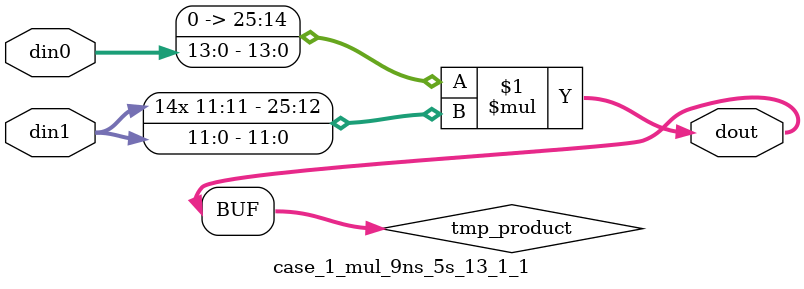
<source format=v>

`timescale 1 ns / 1 ps

 (* use_dsp = "no" *)  module case_1_mul_9ns_5s_13_1_1(din0, din1, dout);
parameter ID = 1;
parameter NUM_STAGE = 0;
parameter din0_WIDTH = 14;
parameter din1_WIDTH = 12;
parameter dout_WIDTH = 26;

input [din0_WIDTH - 1 : 0] din0; 
input [din1_WIDTH - 1 : 0] din1; 
output [dout_WIDTH - 1 : 0] dout;

wire signed [dout_WIDTH - 1 : 0] tmp_product;

























assign tmp_product = $signed({1'b0, din0}) * $signed(din1);










assign dout = tmp_product;





















endmodule

</source>
